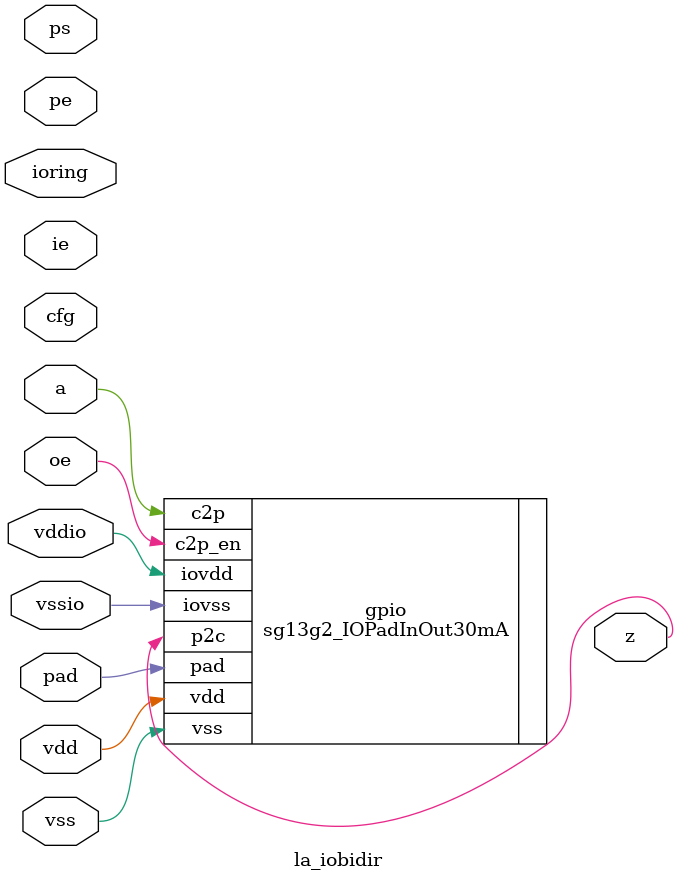
<source format=v>
(* keep_hierarchy *)
module la_iobidir #(
    parameter PROP  = "DEFAULT",  // cell type
    parameter SIDE  = "NO",       // "NO", "SO", "EA", "WE"
    parameter CFGW  = 16,         // width of core config bus
    parameter RINGW = 8           // width of io ring
) (  // io pad signals
    inout              pad,     // bidirectional pad signal
    inout              vdd,     // core supply
    inout              vss,     // core ground
    inout              vddio,   // io supply
    inout              vssio,   // io ground
    // core facing signals
    input              a,       // input from core
    output             z,       // output to core
    input              ie,      // input enable, 1 = active
    input              oe,      // output enable, 1 = active
    input              pe,      // pull enable, 1 = enable
    input              ps,      // pull select, 1 = pullup, 0 = pulldown
    inout  [RINGW-1:0] ioring,  // generic io ring
    input  [ CFGW-1:0] cfg      // generic config interface
);

  //TODO: implement cell type (with and without drive)

  sg13g2_IOPadInOut30mA gpio (
      .pad(pad),
      .c2p(a),
      .p2c(z),
      .c2p_en(oe),
      .iovdd(vddio),
      .iovss(vssio),
      .vdd(vdd),
      .vss(vss)
  );

endmodule

</source>
